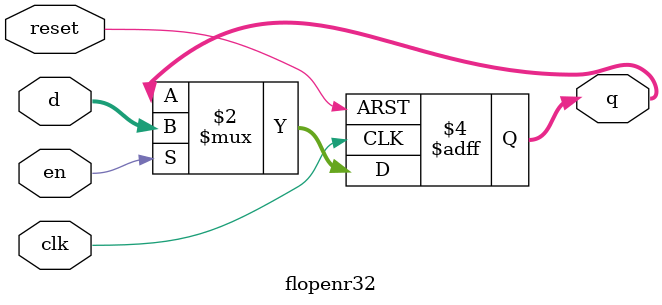
<source format=sv>
module flopenr32(input logic clk, reset, en, input logic [31:0]d, output logic [31:0]q);
 
//Reset Assincrono
always @(posedge clk, posedge reset) 
	
	if (reset) q <= 32'b0; 
	else if (en) q <= d; 
	
endmodule


</source>
